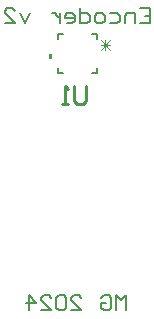
<source format=gbr>
%TF.GenerationSoftware,Altium Limited,Altium Designer,24.10.1 (45)*%
G04 Layer_Color=32896*
%FSLAX45Y45*%
%MOMM*%
%TF.SameCoordinates,CCCF952C-884B-4702-A857-54D5FC670F4C*%
%TF.FilePolarity,Positive*%
%TF.FileFunction,Legend,Bot*%
%TF.Part,Single*%
G01*
G75*
%TA.AperFunction,NonConductor*%
%ADD22C,0.20000*%
%ADD23C,0.25400*%
%ADD24C,0.15240*%
%ADD25C,0.07620*%
G36*
X3019180Y4794050D02*
X2993780D01*
Y4755950D01*
X3019180D01*
Y4794050D01*
D02*
G37*
D22*
X3643196Y2626521D02*
Y2753479D01*
X3600876Y2711160D01*
X3558557Y2753479D01*
Y2626521D01*
X3431598Y2732320D02*
X3452758Y2753479D01*
X3495078D01*
X3516237Y2732320D01*
Y2647680D01*
X3495078Y2626521D01*
X3452758D01*
X3431598Y2647680D01*
Y2690000D01*
X3473918D01*
X3177680Y2626521D02*
X3262320D01*
X3177680Y2711160D01*
Y2732320D01*
X3198840Y2753479D01*
X3241160D01*
X3262320Y2732320D01*
X3135361D02*
X3114201Y2753479D01*
X3071881D01*
X3050721Y2732320D01*
Y2647680D01*
X3071881Y2626521D01*
X3114201D01*
X3135361Y2647680D01*
Y2732320D01*
X2923763Y2626521D02*
X3008402D01*
X2923763Y2711160D01*
Y2732320D01*
X2944922Y2753479D01*
X2987242D01*
X3008402Y2732320D01*
X2817964Y2626521D02*
Y2753479D01*
X2881443Y2690000D01*
X2796804D01*
X3758995Y5183479D02*
X3843634D01*
Y5056520D01*
X3758995D01*
X3843634Y5120000D02*
X3801315D01*
X3716676Y5056520D02*
Y5141160D01*
X3653196D01*
X3632036Y5120000D01*
Y5056520D01*
X3505077Y5141160D02*
X3568557D01*
X3589717Y5120000D01*
Y5077680D01*
X3568557Y5056520D01*
X3505077D01*
X3441598D02*
X3399278D01*
X3378118Y5077680D01*
Y5120000D01*
X3399278Y5141160D01*
X3441598D01*
X3462758Y5120000D01*
Y5077680D01*
X3441598Y5056520D01*
X3251160Y5183479D02*
Y5056520D01*
X3314639D01*
X3335799Y5077680D01*
Y5120000D01*
X3314639Y5141160D01*
X3251160D01*
X3145361Y5056520D02*
X3187680D01*
X3208840Y5077680D01*
Y5120000D01*
X3187680Y5141160D01*
X3145361D01*
X3124201Y5120000D01*
Y5098840D01*
X3208840D01*
X3081881Y5141160D02*
Y5056520D01*
Y5098840D01*
X3060722Y5120000D01*
X3039562Y5141160D01*
X3018402D01*
X2827964D02*
X2785644Y5056520D01*
X2743324Y5141160D01*
X2616365Y5056520D02*
X2701005D01*
X2616365Y5141160D01*
Y5162320D01*
X2637525Y5183479D01*
X2679845D01*
X2701005Y5162320D01*
D23*
X3301567Y4526175D02*
Y4399216D01*
X3276175Y4373825D01*
X3225392D01*
X3200000Y4399216D01*
Y4526175D01*
X3149216Y4373825D02*
X3098433D01*
X3123824D01*
Y4526175D01*
X3149216Y4500783D01*
D24*
X3350974Y4632360D02*
X3397640D01*
X3062360D02*
Y4679026D01*
Y4967640D02*
X3109026D01*
X3397640Y4920974D02*
Y4967640D01*
Y4632360D02*
Y4679026D01*
X3062360Y4632360D02*
X3109026D01*
X3062360Y4920974D02*
Y4967640D01*
X3350974D02*
X3397640D01*
D25*
X3510670Y4917299D02*
X3426030Y4832660D01*
X3510670D02*
X3426030Y4917299D01*
X3510670Y4874980D02*
X3426030D01*
X3468350Y4832660D02*
Y4917299D01*
%TF.MD5,4abacb72ad746089db581ace9e0f53e1*%
M02*

</source>
